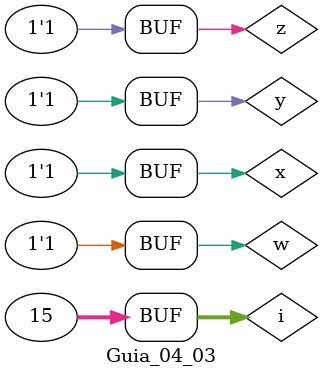
<source format=v>
/*
* Aluno: Pedro Henrique Lima Carvalho
* Matricula: 651230
* Arquitetura 1 - Tarde
* Guia_04 Exercicio 03.
*/
module a (output s, input x, y, z);
assign s = (~x&~y&z)|(~x&y&~z)|(~x&y&z)|(x&~y&z);
endmodule

module b (output s, input x, y, z);
assign s = (~x&~y&z)|(~x&y&~z)|(x&~y&~z)|(x&~y&z);
endmodule

module c (output s, input x, y, w, z);
assign s = (~x&~y&~w&z)|(~x&~y&w&~z)|(~x&y&w&~z)|
           (~x&y&w&z)|(x&~y&~w&z)|(x&~y&w&~z)|
           (x&~y&w&z);
endmodule

module d (output s, input x, y, w, z);
assign s = (~x&~y&~w&~z)|(~x&~y&w&~z)|(~x&y&~w&z)|
           (~x&y&w&~z)|(~x&y&w&z)|(x&~y&w&~z)|
           (x&y&~w&z);
endmodule

module e (output s, input x, y, w, z);
assign s = (~x&~y&~w&z)|(~x&~y&w&~z)|(~x&~y&w&z)|
           (~x&y&~w&z)|(x&~y&~w&~z)|(x&y&~w&z);
endmodule

module Guia_04_03;
// define data
reg x, y, w, z;
integer i;
wire sa, sb, sc, sd, se;

//instantiate
a a1 (sa, x, y, z);
b b1 (sb, x, y, z);
c c1 (sc, x, y, w, z);
d d1 (sd, x, y, w, z);
e e1 (se, x, y, w, z);

// initial values
initial
begin : start
i=0; x=1'bx; y=1'bx; w=1'bx; z=1'bx;
end

//main
initial
begin : main
//id
$display("Guia 04 Ex. 03");

//monitor
$display("a)");
$display(" f(x,y,z) = Σm(1,2,3,5)");
$display(" mintermos | SoP(1,2,3,5)");

//first signal a)
#1 x=0; y=0; z=0; i=0;

$monitor("      m%0d   |   %4b", i, sa);

//signals
#1 x=0; y=0; z=1; i=1;
#1 x=0; y=1; z=0; i=2;
#1 x=0; y=1; z=1; i=3;
#1 x=1; y=0; z=0; i=4;
#1 x=1; y=0; z=1; i=5;
#1 x=1; y=1; z=0; i=6;
#1 x=1; y=1; z=1; i=7;

//first signal b)
#1 x=0; y=0; z=0; i=0;

//monitor
$display("\nb)");
$display(" f(x,y,z) = Σm(1,2,4,5)");
$display(" mintermos | SoP(1,2,4,5)");
$monitor("      m%0d   |   %4b", i, sb);

//signals
#1 x=0; y=0; z=1; i=1;
#1 x=0; y=1; z=0; i=2;
#1 x=0; y=1; z=1; i=3;
#1 x=1; y=0; z=0; i=4;
#1 x=1; y=0; z=1; i=5;
#1 x=1; y=1; z=0; i=6;
#1 x=1; y=1; z=1; i=7;

//first signal c)
#1 x=0; y=0; w=0; z=0; i=0;

//monitor
$display("\nc)");
$display(" f(x,y,w,z) = Σm(1,2,6,7,9,10,11)");
$display("  mintermos | SoP(1,2,6,7,9,10,11)");
$monitor("      m%2d   |   %4b", i, sc);

//signals
#1 x=0; y=0; w=0; z=1; i=1;
#1 x=0; y=0; w=1; z=0; i=2;
#1 x=0; y=0; w=1; z=1; i=3;
#1 x=0; y=1; w=0; z=0; i=4;
#1 x=0; y=1; w=0; z=1; i=5;
#1 x=0; y=1; w=1; z=0; i=6;
#1 x=0; y=1; w=1; z=1; i=7;
#1 x=1; y=0; w=0; z=0; i=8;
#1 x=1; y=0; w=0; z=1; i=9;
#1 x=1; y=0; w=1; z=0; i=10;
#1 x=1; y=0; w=1; z=1; i=11;
#1 x=1; y=1; w=0; z=0; i=12;
#1 x=1; y=1; w=0; z=1; i=13;
#1 x=1; y=1; w=1; z=0; i=14;
#1 x=1; y=1; w=1; z=1; i=15;

//first signal d)
#1 x=0; y=0; w=0; z=0; i=0;

//monitor
$display("\nd)");
$display(" f(x,y,w,z) = Σm(0,2,5,6,7,10,13)");
$display("  mintermos | SoP(0,2,5,6,7,10,13)");
$monitor("      m%2d   |   %4b", i, sd);

//signals
#1 x=0; y=0; w=0; z=1; i=1;
#1 x=0; y=0; w=1; z=0; i=2;
#1 x=0; y=0; w=1; z=1; i=3;
#1 x=0; y=1; w=0; z=0; i=4;
#1 x=0; y=1; w=0; z=1; i=5;
#1 x=0; y=1; w=1; z=0; i=6;
#1 x=0; y=1; w=1; z=1; i=7;
#1 x=1; y=0; w=0; z=0; i=8;
#1 x=1; y=0; w=0; z=1; i=9;
#1 x=1; y=0; w=1; z=0; i=10;
#1 x=1; y=0; w=1; z=1; i=11;
#1 x=1; y=1; w=0; z=0; i=12;
#1 x=1; y=1; w=0; z=1; i=13;
#1 x=1; y=1; w=1; z=0; i=14;
#1 x=1; y=1; w=1; z=1; i=15;

//first signal e)
#1 x=0; y=0; w=0; z=0; i=0;

//monitor
$display("\ne)");
$display(" f(x,y,w,z) = Σm(1,2,3,5,8,13)");
$display("  mintermos | SoP(1,2,3,5,8,13)");
$monitor("      m%2d   |   %4b", i, se);

//signals
#1 x=0; y=0; w=0; z=1; i=1;
#1 x=0; y=0; w=1; z=0; i=2;
#1 x=0; y=0; w=1; z=1; i=3;
#1 x=0; y=1; w=0; z=0; i=4;
#1 x=0; y=1; w=0; z=1; i=5;
#1 x=0; y=1; w=1; z=0; i=6;
#1 x=0; y=1; w=1; z=1; i=7;
#1 x=1; y=0; w=0; z=0; i=8;
#1 x=1; y=0; w=0; z=1; i=9;
#1 x=1; y=0; w=1; z=0; i=10;
#1 x=1; y=0; w=1; z=1; i=11;
#1 x=1; y=1; w=0; z=0; i=12;
#1 x=1; y=1; w=0; z=1; i=13;
#1 x=1; y=1; w=1; z=0; i=14;
#1 x=1; y=1; w=1; z=1; i=15;

end // main
endmodule // Guia

</source>
